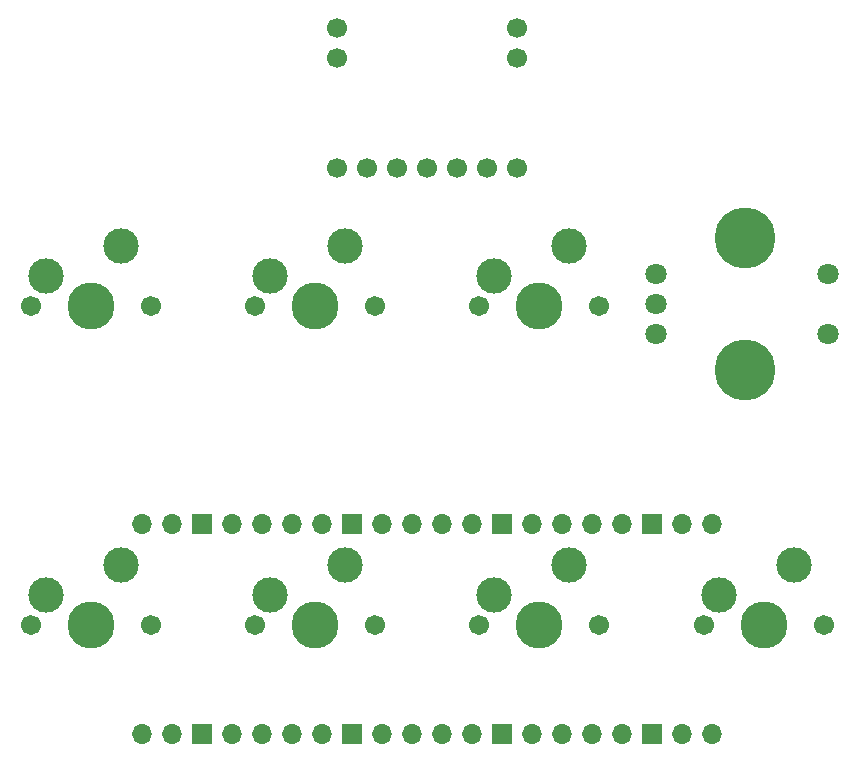
<source format=gbr>
%TF.GenerationSoftware,KiCad,Pcbnew,(5.1.10)-1*%
%TF.CreationDate,2021-12-07T13:13:35+09:00*%
%TF.ProjectId,MACRO-PAD-v0.1,4d414352-4f2d-4504-9144-2d76302e312e,rev?*%
%TF.SameCoordinates,Original*%
%TF.FileFunction,Soldermask,Top*%
%TF.FilePolarity,Negative*%
%FSLAX46Y46*%
G04 Gerber Fmt 4.6, Leading zero omitted, Abs format (unit mm)*
G04 Created by KiCad (PCBNEW (5.1.10)-1) date 2021-12-07 13:13:35*
%MOMM*%
%LPD*%
G01*
G04 APERTURE LIST*
%ADD10C,1.700000*%
%ADD11C,5.161000*%
%ADD12C,1.800000*%
%ADD13C,1.701800*%
%ADD14C,3.987800*%
%ADD15C,3.000000*%
%ADD16O,1.700000X1.700000*%
%ADD17R,1.700000X1.700000*%
G04 APERTURE END LIST*
D10*
%TO.C,U9*%
X79577000Y-72562510D03*
X79577000Y-75102510D03*
X94817000Y-75102510D03*
X94817000Y-72562510D03*
X79577000Y-84423500D03*
X82117000Y-84423500D03*
X84657000Y-84423500D03*
X87197000Y-84423500D03*
X89737000Y-84423500D03*
X92277000Y-84423500D03*
X94817000Y-84423500D03*
%TD*%
D11*
%TO.C,U8*%
X114100000Y-101500000D03*
X114100000Y-90300000D03*
D12*
X106600000Y-95900000D03*
X106600000Y-98400000D03*
X106600000Y-93400000D03*
X121100000Y-98400000D03*
X121100000Y-93400000D03*
%TD*%
D13*
%TO.C,U7*%
X110617000Y-123103000D03*
X120777000Y-123103000D03*
D14*
X115697000Y-123103000D03*
D15*
X111887000Y-120563000D03*
X118237000Y-118023000D03*
%TD*%
D13*
%TO.C,U6*%
X91617000Y-123103000D03*
X101777000Y-123103000D03*
D14*
X96697000Y-123103000D03*
D15*
X92887000Y-120563000D03*
X99237000Y-118023000D03*
%TD*%
D13*
%TO.C,U5*%
X72617000Y-123103000D03*
X82777000Y-123103000D03*
D14*
X77697000Y-123103000D03*
D15*
X73887000Y-120563000D03*
X80237000Y-118023000D03*
%TD*%
D13*
%TO.C,U4*%
X53617000Y-123103000D03*
X63777000Y-123103000D03*
D14*
X58697000Y-123103000D03*
D15*
X54887000Y-120563000D03*
X61237000Y-118023000D03*
%TD*%
D13*
%TO.C,U3*%
X91617000Y-96103000D03*
X101777000Y-96103000D03*
D14*
X96697000Y-96103000D03*
D15*
X92887000Y-93563000D03*
X99237000Y-91023000D03*
%TD*%
D13*
%TO.C,U2*%
X72617000Y-96103000D03*
X82777000Y-96103000D03*
D14*
X77697000Y-96103000D03*
D15*
X73887000Y-93563000D03*
X80237000Y-91023000D03*
%TD*%
D13*
%TO.C,U1*%
X53617000Y-96103000D03*
X63777000Y-96103000D03*
D14*
X58697000Y-96103000D03*
D15*
X54887000Y-93563000D03*
X61237000Y-91023000D03*
%TD*%
D16*
%TO.C,J1*%
X111327000Y-114510000D03*
X108787000Y-114510000D03*
D17*
X106247000Y-114510000D03*
D16*
X103707000Y-114510000D03*
X101167000Y-114510000D03*
X98627000Y-114510000D03*
X96087000Y-114510000D03*
D17*
X93547000Y-114510000D03*
D16*
X91007000Y-114510000D03*
X88467000Y-114510000D03*
X85927000Y-114510000D03*
X83387000Y-114510000D03*
D17*
X80847000Y-114510000D03*
D16*
X78307000Y-114510000D03*
X75767000Y-114510000D03*
X73227000Y-114510000D03*
X70687000Y-114510000D03*
D17*
X68147000Y-114510000D03*
D16*
X65607000Y-114510000D03*
X63067000Y-114510000D03*
X63067000Y-132290000D03*
X65607000Y-132290000D03*
D17*
X68147000Y-132290000D03*
D16*
X70687000Y-132290000D03*
X73227000Y-132290000D03*
X75767000Y-132290000D03*
X78307000Y-132290000D03*
D17*
X80847000Y-132290000D03*
D16*
X83387000Y-132290000D03*
X85927000Y-132290000D03*
X88467000Y-132290000D03*
X91007000Y-132290000D03*
D17*
X93547000Y-132290000D03*
D16*
X96087000Y-132290000D03*
X98627000Y-132290000D03*
X101167000Y-132290000D03*
X103707000Y-132290000D03*
D17*
X106247000Y-132290000D03*
D16*
X108787000Y-132290000D03*
X111327000Y-132290000D03*
%TD*%
M02*

</source>
